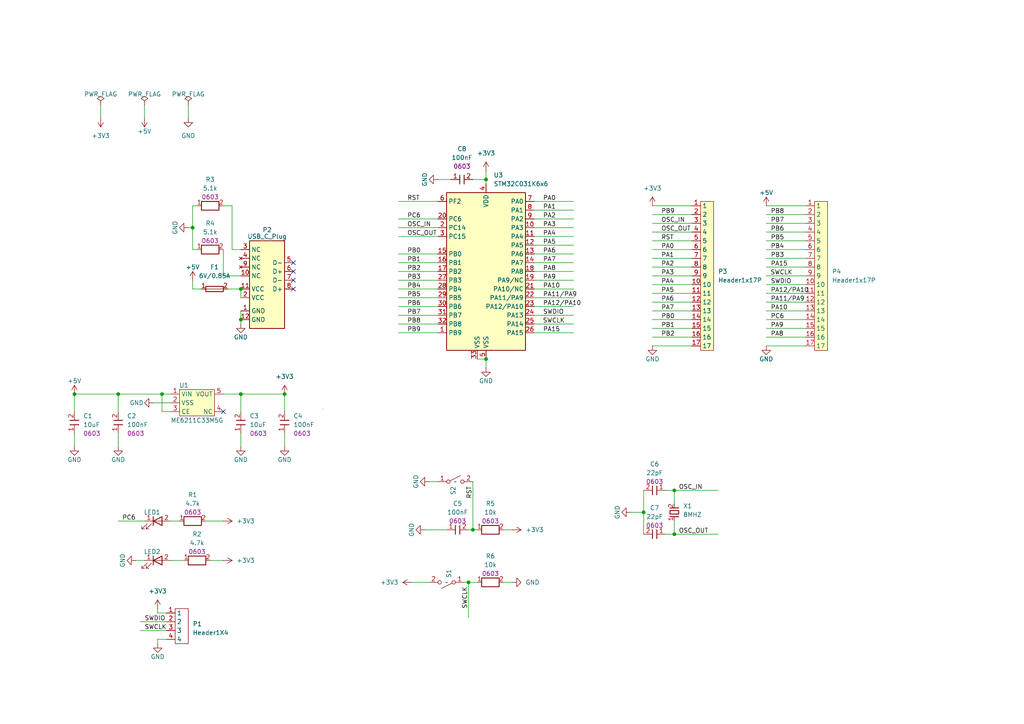
<source format=kicad_sch>
(kicad_sch (version 20231120) (generator "eeschema") (generator_version "8.0")
  (paper "A4")
  (lib_symbols
    (symbol "power:+3V3" (power) (pin_numbers hide) (pin_names (offset 0) hide)
      (property "Value" "+3V3" (at 0 3.556 0))
      (symbol "+3V3_0_1"
        (polyline (pts (xy -0.762 1.27) (xy 0 2.54)))
        (polyline (pts (xy 0 0) (xy 0 2.54)))
        (polyline (pts (xy 0 2.54) (xy 0.762 1.27)))
      )
      (symbol "+3V3_1_1"
        (pin power_in line (at 0 0 90) (length 0) (name "~") (number "1"))
      )
    )
    (symbol "power:+5V" (power) (pin_numbers hide) (pin_names (offset 0) hide)
      (property "Value" "+5V" (at 0 3.556 0))
      (symbol "+5V_0_1"
        (polyline (pts (xy -0.762 1.27) (xy 0 2.54)))
        (polyline (pts (xy 0 0) (xy 0 2.54)))
        (polyline (pts (xy 0 2.54) (xy 0.762 1.27)))
      )
      (symbol "+5V_1_1"
        (pin power_in line (at 0 0 90) (length 0) (name "~") (number "1"))
      )
    )
    (symbol "power:GND" (power) (pin_numbers hide) (pin_names (offset 0) hide)
      (property "Value" "GND" (at 0 -3.81 0))
      (symbol "GND_0_1"
        (polyline (pts (xy 0 0) (xy 0 -1.27) (xy 1.27 -1.27) (xy 0 -2.54) (xy -1.27 -1.27) (xy 0 -1.27)))
      )
      (symbol "GND_1_1"
        (pin power_in line (at 0 0 270) (length 0) (name "~") (number "1"))
      )
    )
    (symbol "power:PWR_FLAG" (power) (pin_numbers hide) (pin_names (offset 0) hide)
      (property "Value" "PWR_FLAG" (at 0 3.81 0))
      (symbol "PWR_FLAG_0_0"
        (pin power_out line (at 0 0 90) (length 0) (name "~") (number "1"))
      )
      (symbol "PWR_FLAG_0_1"
        (polyline (pts (xy 0 0) (xy 0 1.27) (xy -1.016 1.905) (xy 0 2.54) (xy 1.016 1.905) (xy 0 1.27)))
      )
    )
    (symbol "我的:C0603"
      (property "Reference" "C" (at -3.81 3.81 0))
      (property "Value" "100nF" (at 6.35 3.81 0))
      (property "大小" "0603" (at 0 3.81 0))
      (symbol "C0603_1_1"
        (polyline (pts (xy 0 -1.27) (xy 0 1.27)) (stroke (width 0.254)))
        (polyline (pts (xy 1.27 -1.27) (xy 1.27 1.27)) (stroke (width 0.254)))
        (pin passive line (at -2.54 0 0) (length 2.5) (name "~") (number "1"))
        (pin passive line (at 3.81 0 180) (length 2.5) (name "~") (number "2"))
      )
    )
    (symbol "我的:Crystal-8MHZ"
      (property "Reference" "X" (at -1.905 2.54 0))
      (property "Value" "8MHZ" (at 0 -2.54 0))
      (symbol "Crystal-8MHZ_0_1"
        (polyline (pts (xy 2.54 0) (xy 2.159 0)))
      )
      (symbol "Crystal-8MHZ_1_1"
        (rectangle (start -0.508 1.27) (end 0.508 -1.27) (stroke (width 0.254)))
        (polyline (pts (xy -1.27 -1.27) (xy -1.27 1.27)) (stroke (width 0.254)))
        (polyline (pts (xy 1.27 -1.27) (xy 1.27 1.27)) (stroke (width 0.254)))
        (pin passive line (at -2.54 0 0) (length 1.27) (name "") (number "1"))
        (pin passive line (at 2.54 0 180) (length 1.27) (name "") (number "2"))
      )
    )
    (symbol "我的:Fuse 0603"
      (property "Reference" "F" (at -3.81 2.54 0))
      (property "Value" "6V/0.85A" (at 1.27 2.54 0))
      (symbol "Fuse 0603_0_1"
        (polyline (pts (xy -2.54 0) (xy 2.54 0)))
        (rectangle (start 2.54 -0.762) (end -2.54 0.762) (stroke (width 0.254)))
      )
      (symbol "Fuse 0603_1_1"
        (pin passive line (at -3.81 0 0) (length 1.27) (name "~") (number "1"))
        (pin passive line (at 3.81 0 180) (length 1.27) (name "~") (number "2"))
      )
    )
    (symbol "我的:Header1X4"
      (property "Reference" "P" (at -0.635 6.35 0))
      (property "Value" "Header1X4" (at 0.635 -8.255 0))
      (symbol "Header1X4_0_1"
        (rectangle (start -1.27 5.08) (end 2.54 -5.08))
      )
      (symbol "Header1X4_1_1"
        (pin free line (at -3.81 3.81 0) (length 2.54) (name "1") (number "1"))
        (pin free line (at -3.81 1.27 0) (length 2.54) (name "2") (number "2"))
        (pin free line (at -3.81 -1.27 0) (length 2.54) (name "3") (number "3"))
        (pin free line (at -3.81 -3.81 0) (length 2.54) (name "4") (number "4"))
      )
    )
    (symbol "我的:Header1x17P"
      (property "Reference" "P" (at 0 22.86 0))
      (property "Value" "Header1x17P" (at -0.762 -22.86 0))
      (symbol "Header1x17P_1_1"
        (rectangle (start -1.27 21.59) (end 2.54 -21.59) (fill (type background)))
        (pin free line (at -3.81 20.32 0) (length 2.54) (name "1") (number "1"))
        (pin free line (at -3.81 -2.54 0) (length 2.54) (name "10") (number "10"))
        (pin free line (at -3.81 -5.08 0) (length 2.54) (name "11") (number "11"))
        (pin free line (at -3.81 -7.62 0) (length 2.54) (name "12") (number "12"))
        (pin free line (at -3.81 -10.16 0) (length 2.54) (name "13") (number "13"))
        (pin free line (at -3.81 -12.7 0) (length 2.54) (name "14") (number "14"))
        (pin free line (at -3.81 -15.24 0) (length 2.54) (name "15") (number "15"))
        (pin free line (at -3.81 -17.78 0) (length 2.54) (name "16") (number "16"))
        (pin free line (at -3.81 -20.32 0) (length 2.54) (name "17") (number "17"))
        (pin free line (at -3.81 17.78 0) (length 2.54) (name "2") (number "2"))
        (pin free line (at -3.81 15.24 0) (length 2.54) (name "3") (number "3"))
        (pin free line (at -3.81 12.7 0) (length 2.54) (name "4") (number "4"))
        (pin free line (at -3.81 10.16 0) (length 2.54) (name "5") (number "5"))
        (pin free line (at -3.81 7.62 0) (length 2.54) (name "6") (number "6"))
        (pin free line (at -3.81 5.08 0) (length 2.54) (name "7") (number "7"))
        (pin free line (at -3.81 2.54 0) (length 2.54) (name "8") (number "8"))
        (pin free line (at -3.81 0 0) (length 2.54) (name "9") (number "9"))
      )
    )
    (symbol "我的:LED 0603"
      (property "Reference" "LED" (at -5.715 3.175 0))
      (symbol "LED 0603_0_1"
        (polyline (pts (xy -1.27 -1.27) (xy -1.27 1.27)) (stroke (width 0.254)))
        (polyline (pts (xy -1.27 0) (xy 1.27 0)))
        (polyline (pts (xy 1.27 -1.27) (xy 1.27 1.27) (xy -1.27 0) (xy 1.27 -1.27)) (stroke (width 0.254)))
        (polyline (pts (xy -3.048 -0.762) (xy -4.572 -2.286) (xy -3.81 -2.286) (xy -4.572 -2.286) (xy -4.572 -1.524)))
        (polyline (pts (xy -1.778 -0.762) (xy -3.302 -2.286) (xy -2.54 -2.286) (xy -3.302 -2.286) (xy -3.302 -1.524)))
      )
      (symbol "LED 0603_1_1"
        (pin passive line (at -3.81 0 0) (length 2.54) (name "") (number "1"))
        (pin passive line (at 3.81 0 180) (length 2.54) (name "") (number "2"))
      )
    )
    (symbol "我的:ME6211C33M5G"
      (property "Reference" "U" (at -3.81 5.08 0))
      (property "Value" "ME6211C33M5G" (at 0 -5.08 0))
      (symbol "ME6211C33M5G_1_1"
        (rectangle (start -5.08 3.81) (end 5.08 -3.81) (fill (type background)))
        (pin power_in line (at -7.62 2.54 0) (length 2.54) (name "VIN") (number "1"))
        (pin power_in line (at -7.62 0 0) (length 2.54) (name "VSS") (number "2"))
        (pin free line (at -7.62 -2.54 0) (length 2.54) (name "CE") (number "3"))
        (pin free line (at 7.62 -2.54 180) (length 2.54) (name "NC") (number "4"))
        (pin free line (at 7.62 2.54 180) (length 2.54) (name "VOUT") (number "5"))
      )
    )
    (symbol "我的:R0603"
      (property "Reference" "R" (at -3.81 2.54 0))
      (property "Value" "10k" (at 5.08 2.54 0))
      (property "大小" "0603" (at 0 2.54 0))
      (symbol "R0603_0_1"
        (rectangle (start -2.54 -1.27) (end 2.54 1.27) (stroke (width 0.254)))
      )
      (symbol "R0603_1_1"
        (pin passive line (at -3.81 0 0) (length 1.27) (name "~") (number "1"))
        (pin passive line (at 3.81 0 180) (length 1.27) (name "~") (number "2"))
      )
    )
    (symbol "我的:STM32C031K6x6"
      (property "Reference" "U" (at -9.144 24.384 0))
      (property "Value" "STM32C031K6x6" (at 10.668 -25.4 0))
      (symbol "STM32C031K6x6_0_1"
        (rectangle (start -11.43 -22.86) (end 11.43 22.86) (stroke (width 0.254)) (fill (type background)))
      )
      (symbol "STM32C031K6x6_1_1"
        (pin bidirectional line (at -13.97 -17.78 0) (length 2.54) (name "PB9") (number "1"))
        (pin bidirectional line (at 13.97 12.7 180) (length 2.54) (name "PA3") (number "10"))
        (pin bidirectional line (at 13.97 10.16 180) (length 2.54) (name "PA4") (number "11"))
        (pin bidirectional line (at 13.97 7.62 180) (length 2.54) (name "PA5") (number "12"))
        (pin bidirectional line (at 13.97 5.08 180) (length 2.54) (name "PA6") (number "13"))
        (pin bidirectional line (at 13.97 2.54 180) (length 2.54) (name "PA7") (number "14"))
        (pin bidirectional line (at -13.97 5.08 0) (length 2.54) (name "PB0") (number "15"))
        (pin bidirectional line (at -13.97 2.54 0) (length 2.54) (name "PB1") (number "16"))
        (pin bidirectional line (at -13.97 0 0) (length 2.54) (name "PB2") (number "17"))
        (pin bidirectional line (at 13.97 0 180) (length 2.54) (name "PA8") (number "18"))
        (pin bidirectional line (at 13.97 -2.54 180) (length 2.54) (name "PA9/NC") (number "19"))
        (pin bidirectional line (at -13.97 12.7 0) (length 2.54) (name "PC14") (number "2"))
        (pin bidirectional line (at -13.97 15.24 0) (length 2.54) (name "PC6") (number "20"))
        (pin bidirectional line (at 13.97 -5.08 180) (length 2.54) (name "PA10/NC") (number "21"))
        (pin bidirectional line (at 13.97 -7.62 180) (length 2.54) (name "PA11/PA9") (number "22"))
        (pin bidirectional line (at 13.97 -10.16 180) (length 2.54) (name "PA12/PA10") (number "23"))
        (pin bidirectional line (at 13.97 -12.7 180) (length 2.54) (name "PA13") (number "24"))
        (pin bidirectional line (at 13.97 -15.24 180) (length 2.54) (name "PA14") (number "25"))
        (pin bidirectional line (at 13.97 -17.78 180) (length 2.54) (name "PA15") (number "26"))
        (pin bidirectional line (at -13.97 -2.54 0) (length 2.54) (name "PB3") (number "27"))
        (pin bidirectional line (at -13.97 -5.08 0) (length 2.54) (name "PB4") (number "28"))
        (pin bidirectional line (at -13.97 -7.62 0) (length 2.54) (name "PB5") (number "29"))
        (pin bidirectional line (at -13.97 10.16 0) (length 2.54) (name "PC15") (number "3"))
        (pin bidirectional line (at -13.97 -10.16 0) (length 2.54) (name "PB6") (number "30"))
        (pin bidirectional line (at -13.97 -12.7 0) (length 2.54) (name "PB7") (number "31"))
        (pin bidirectional line (at -13.97 -15.24 0) (length 2.54) (name "PB8") (number "32"))
        (pin power_in line (at -2.54 -25.4 90) (length 2.54) (name "VSS") (number "33"))
        (pin power_in line (at 0 25.4 270) (length 2.54) (name "VDD") (number "4"))
        (pin power_in line (at 0 -25.4 90) (length 2.54) (name "VSS") (number "5"))
        (pin bidirectional line (at -13.97 20.32 0) (length 2.54) (name "PF2") (number "6"))
        (pin bidirectional line (at 13.97 20.32 180) (length 2.54) (name "PA0") (number "7"))
        (pin bidirectional line (at 13.97 17.78 180) (length 2.54) (name "PA1") (number "8"))
        (pin bidirectional line (at 13.97 15.24 180) (length 2.54) (name "PA2") (number "9"))
      )
    )
    (symbol "我的:SW_PB"
      (property "Reference" "S" (at -5.715 3.175 0))
      (symbol "SW_PB_0_0"
        (circle (center -2.032 0) (radius 0.508))
        (polyline (pts (xy -1.524 0.254) (xy 1.524 1.778)))
        (circle (center 2.032 0) (radius 0.508))
      )
      (symbol "SW_PB_1_1"
        (pin passive line (at -5.08 0 0) (length 2.54) (name "") (number "1"))
        (pin passive line (at 5.08 0 180) (length 2.54) (name "") (number "2"))
      )
    )
    (symbol "我的:USB_C_Plug"
      (property "Reference" "P" (at -0.635 13.97 0))
      (property "Value" "USB_C_Plug" (at 0 12.7 0))
      (symbol "USB_C_Plug_0_1"
        (rectangle (start 16.256 -37.338) (end 16.256 -37.338))
      )
      (symbol "USB_C_Plug_1_1"
        (rectangle (start -5.08 11.43) (end 5.08 -13.97) (stroke (width 0.254)) (fill (type background)))
        (pin power_in line (at -7.62 -8.89 0) (length 2.54) (name "GND") (number "1"))
        (pin free line (at -7.62 1.27 0) (length 2.54) (name "NC") (number "10"))
        (pin power_in line (at -7.62 -2.54 0) (length 2.54) (name "VCC") (number "11"))
        (pin power_in line (at -7.62 -11.43 0) (length 2.54) (name "GND") (number "12"))
        (pin power_in line (at -7.62 -5.08 0) (length 2.54) (name "VCC") (number "2"))
        (pin free line (at -7.62 8.89 0) (length 2.54) (name "NC") (number "3"))
        (pin no_connect line (at -7.62 6.35 0) (length 2.54) (name "NC") (number "4"))
        (pin bidirectional line (at 7.62 5.08 180) (length 2.54) (name "D-") (number "5"))
        (pin bidirectional line (at 7.62 2.54 180) (length 2.54) (name "D+") (number "6"))
        (pin bidirectional line (at 7.62 0 180) (length 2.54) (name "D-") (number "7"))
        (pin bidirectional line (at 7.62 -2.54 180) (length 2.54) (name "D+") (number "8"))
        (pin no_connect line (at -7.62 3.81 0) (length 2.54) (name "NC") (number "9"))
      )
    )
  )
  (junction (at 140.97 104.14))
  (junction (at 46.99 114.3))
  (junction (at 69.85 83.82))
  (junction (at 137.16 153.67))
  (junction (at 82.55 114.3))
  (junction (at 195.58 142.24))
  (junction (at 195.58 154.94))
  (junction (at 55.88 66.04))
  (junction (at 69.85 114.3))
  (junction (at 21.59 114.3))
  (junction (at 135.89 168.91))
  (junction (at 140.97 52.07))
  (junction (at 69.85 92.71))
  (junction (at 34.29 114.3))
  (junction (at 186.69 148.59))
  (no_connect (at 85.09 83.82))
  (no_connect (at 85.09 81.28))
  (no_connect (at 85.09 76.2))
  (no_connect (at 85.09 78.74))
  (no_connect (at 64.77 119.38))
  (wire (pts (xy 55.88 81.28) (xy 55.88 83.82)))
  (wire (pts (xy 64.77 114.3) (xy 69.85 114.3)))
  (wire (pts (xy 189.23 85.09) (xy 200.66 85.09)))
  (wire (pts (xy 222.25 77.47) (xy 233.68 77.47)))
  (wire (pts (xy 82.55 114.3) (xy 82.55 119.38)))
  (wire (pts (xy 189.23 62.23) (xy 200.66 62.23)))
  (wire (pts (xy 222.25 92.71) (xy 233.68 92.71)))
  (wire (pts (xy 34.29 114.3) (xy 34.29 119.38)))
  (wire (pts (xy 123.19 153.67) (xy 129.54 153.67)))
  (wire (pts (xy 154.94 78.74) (xy 166.37 78.74)))
  (wire (pts (xy 222.25 87.63) (xy 233.68 87.63)))
  (wire (pts (xy 55.88 59.69) (xy 55.88 66.04)))
  (wire (pts (xy 222.25 97.79) (xy 233.68 97.79)))
  (wire (pts (xy 154.94 86.36) (xy 166.37 86.36)))
  (wire (pts (xy 115.57 76.2) (xy 127 76.2)))
  (wire (pts (xy 60.96 162.56) (xy 64.77 162.56)))
  (wire (pts (xy 189.23 72.39) (xy 200.66 72.39)))
  (wire (pts (xy 115.57 63.5) (xy 127 63.5)))
  (wire (pts (xy 222.25 82.55) (xy 233.68 82.55)))
  (wire (pts (xy 40.64 182.88) (xy 48.26 182.88)))
  (wire (pts (xy 189.23 74.93) (xy 200.66 74.93)))
  (wire (pts (xy 44.45 116.84) (xy 49.53 116.84)))
  (wire (pts (xy 115.57 83.82) (xy 127 83.82)))
  (wire (pts (xy 34.29 114.3) (xy 46.99 114.3)))
  (wire (pts (xy 45.72 185.42) (xy 48.26 185.42)))
  (wire (pts (xy 182.88 148.59) (xy 186.69 148.59)))
  (wire (pts (xy 34.29 125.73) (xy 34.29 129.54)))
  (wire (pts (xy 189.23 69.85) (xy 200.66 69.85)))
  (wire (pts (xy 154.94 66.04) (xy 166.37 66.04)))
  (wire (pts (xy 54.61 66.04) (xy 55.88 66.04)))
  (wire (pts (xy 39.37 162.56) (xy 41.91 162.56)))
  (wire (pts (xy 55.88 66.04) (xy 55.88 72.39)))
  (wire (pts (xy 82.55 125.73) (xy 82.55 129.54)))
  (wire (pts (xy 69.85 90.17) (xy 69.85 92.71)))
  (wire (pts (xy 46.99 114.3) (xy 46.99 119.38)))
  (wire (pts (xy 115.57 93.98) (xy 127 93.98)))
  (wire (pts (xy 154.94 73.66) (xy 166.37 73.66)))
  (wire (pts (xy 134.62 168.91) (xy 135.89 168.91)))
  (wire (pts (xy 21.59 114.3) (xy 34.29 114.3)))
  (wire (pts (xy 40.64 180.34) (xy 48.26 180.34)))
  (wire (pts (xy 45.72 186.69) (xy 45.72 185.42)))
  (wire (pts (xy 189.23 64.77) (xy 200.66 64.77)))
  (wire (pts (xy 146.05 153.67) (xy 148.59 153.67)))
  (wire (pts (xy 119.38 168.91) (xy 124.46 168.91)))
  (wire (pts (xy 137.16 139.7) (xy 137.16 153.67)))
  (wire (pts (xy 195.58 151.13) (xy 195.58 154.94)))
  (wire (pts (xy 193.04 154.94) (xy 195.58 154.94)))
  (wire (pts (xy 189.23 92.71) (xy 200.66 92.71)))
  (wire (pts (xy 140.97 104.14) (xy 140.97 106.68)))
  (wire (pts (xy 46.99 119.38) (xy 49.53 119.38)))
  (wire (pts (xy 124.46 139.7) (xy 127 139.7)))
  (wire (pts (xy 186.69 148.59) (xy 186.69 154.94)))
  (wire (pts (xy 55.88 83.82) (xy 58.42 83.82)))
  (wire (pts (xy 69.85 114.3) (xy 69.85 119.38)))
  (wire (pts (xy 189.23 59.69) (xy 200.66 59.69)))
  (wire (pts (xy 222.25 59.69) (xy 233.68 59.69)))
  (wire (pts (xy 189.23 80.01) (xy 200.66 80.01)))
  (wire (pts (xy 154.94 83.82) (xy 166.37 83.82)))
  (wire (pts (xy 189.23 67.31) (xy 200.66 67.31)))
  (wire (pts (xy 41.91 30.48) (xy 41.91 34.29)))
  (wire (pts (xy 69.85 83.82) (xy 69.85 86.36)))
  (wire (pts (xy 189.23 87.63) (xy 200.66 87.63)))
  (wire (pts (xy 154.94 91.44) (xy 166.37 91.44)))
  (wire (pts (xy 54.61 30.48) (xy 54.61 34.29)))
  (wire (pts (xy 115.57 66.04) (xy 127 66.04)))
  (wire (pts (xy 222.25 100.33) (xy 233.68 100.33)))
  (wire (pts (xy 69.85 125.73) (xy 69.85 129.54)))
  (wire (pts (xy 154.94 58.42) (xy 166.37 58.42)))
  (wire (pts (xy 66.04 83.82) (xy 69.85 83.82)))
  (wire (pts (xy 222.25 67.31) (xy 233.68 67.31)))
  (wire (pts (xy 69.85 80.01) (xy 64.77 80.01)))
  (wire (pts (xy 64.77 80.01) (xy 64.77 72.39)))
  (wire (pts (xy 222.25 95.25) (xy 233.68 95.25)))
  (wire (pts (xy 135.89 153.67) (xy 137.16 153.67)))
  (wire (pts (xy 222.25 69.85) (xy 233.68 69.85)))
  (wire (pts (xy 115.57 88.9) (xy 127 88.9)))
  (wire (pts (xy 29.21 30.48) (xy 29.21 34.29)))
  (wire (pts (xy 69.85 114.3) (xy 82.55 114.3)))
  (wire (pts (xy 193.04 142.24) (xy 195.58 142.24)))
  (wire (pts (xy 49.53 151.13) (xy 52.07 151.13)))
  (wire (pts (xy 148.59 168.91) (xy 146.05 168.91)))
  (wire (pts (xy 154.94 88.9) (xy 166.37 88.9)))
  (wire (pts (xy 140.97 52.07) (xy 140.97 53.34)))
  (wire (pts (xy 189.23 77.47) (xy 200.66 77.47)))
  (wire (pts (xy 140.97 49.53) (xy 140.97 52.07)))
  (wire (pts (xy 115.57 73.66) (xy 127 73.66)))
  (wire (pts (xy 127 52.07) (xy 130.81 52.07)))
  (wire (pts (xy 115.57 86.36) (xy 127 86.36)))
  (wire (pts (xy 222.25 80.01) (xy 233.68 80.01)))
  (wire (pts (xy 222.25 72.39) (xy 233.68 72.39)))
  (wire (pts (xy 154.94 60.96) (xy 166.37 60.96)))
  (wire (pts (xy 115.57 81.28) (xy 127 81.28)))
  (wire (pts (xy 222.25 85.09) (xy 233.68 85.09)))
  (wire (pts (xy 189.23 97.79) (xy 200.66 97.79)))
  (wire (pts (xy 55.88 59.69) (xy 57.15 59.69)))
  (wire (pts (xy 222.25 62.23) (xy 233.68 62.23)))
  (wire (pts (xy 115.57 96.52) (xy 127 96.52)))
  (wire (pts (xy 154.94 68.58) (xy 166.37 68.58)))
  (wire (pts (xy 69.85 92.71) (xy 69.85 93.98)))
  (wire (pts (xy 154.94 63.5) (xy 166.37 63.5)))
  (wire (pts (xy 135.89 168.91) (xy 135.89 179.07)))
  (wire (pts (xy 154.94 93.98) (xy 166.37 93.98)))
  (wire (pts (xy 115.57 91.44) (xy 127 91.44)))
  (wire (pts (xy 115.57 58.42) (xy 127 58.42)))
  (wire (pts (xy 21.59 125.73) (xy 21.59 129.54)))
  (wire (pts (xy 49.53 162.56) (xy 53.34 162.56)))
  (wire (pts (xy 115.57 68.58) (xy 127 68.58)))
  (wire (pts (xy 55.88 72.39) (xy 57.15 72.39)))
  (wire (pts (xy 46.99 114.3) (xy 49.53 114.3)))
  (wire (pts (xy 195.58 154.94) (xy 208.28 154.94)))
  (wire (pts (xy 189.23 100.33) (xy 200.66 100.33)))
  (wire (pts (xy 115.57 78.74) (xy 127 78.74)))
  (wire (pts (xy 189.23 82.55) (xy 200.66 82.55)))
  (wire (pts (xy 222.25 74.93) (xy 233.68 74.93)))
  (wire (pts (xy 222.25 90.17) (xy 233.68 90.17)))
  (wire (pts (xy 195.58 142.24) (xy 195.58 146.05)))
  (wire (pts (xy 137.16 153.67) (xy 138.43 153.67)))
  (wire (pts (xy 137.16 52.07) (xy 140.97 52.07)))
  (wire (pts (xy 195.58 142.24) (xy 208.28 142.24)))
  (wire (pts (xy 186.69 142.24) (xy 186.69 148.59)))
  (wire (pts (xy 21.59 114.3) (xy 21.59 119.38)))
  (wire (pts (xy 138.43 104.14) (xy 140.97 104.14)))
  (wire (pts (xy 67.31 72.39) (xy 69.85 72.39)))
  (wire (pts (xy 59.69 151.13) (xy 64.77 151.13)))
  (wire (pts (xy 135.89 168.91) (xy 138.43 168.91)))
  (wire (pts (xy 154.94 71.12) (xy 166.37 71.12)))
  (wire (pts (xy 154.94 96.52) (xy 166.37 96.52)))
  (wire (pts (xy 154.94 81.28) (xy 166.37 81.28)))
  (wire (pts (xy 67.31 59.69) (xy 64.77 59.69)))
  (wire (pts (xy 34.29 151.13) (xy 41.91 151.13)))
  (wire (pts (xy 45.72 176.53) (xy 45.72 177.8)))
  (wire (pts (xy 154.94 76.2) (xy 166.37 76.2)))
  (wire (pts (xy 189.23 90.17) (xy 200.66 90.17)))
  (wire (pts (xy 45.72 177.8) (xy 48.26 177.8)))
  (wire (pts (xy 189.23 95.25) (xy 200.66 95.25)))
  (wire (pts (xy 222.25 64.77) (xy 233.68 64.77)))
  (wire (pts (xy 67.31 72.39) (xy 67.31 59.69)))
  (label "SWCLK" (at 135.89 176.53 90))
  (label "PA3" (at 191.77 80.01 0))
  (label "PA5" (at 191.77 85.09 0))
  (label "PA8" (at 223.52 97.79 0))
  (label "RST" (at 118.11 58.42 0))
  (label "PA3" (at 157.48 66.04 0))
  (label "PA11{slash}PA9" (at 157.48 86.36 0))
  (label "PB6" (at 223.52 67.31 0))
  (label "PB4" (at 118.11 83.82 0))
  (label "PB8" (at 118.11 93.98 0))
  (label "PA9" (at 157.48 81.28 0))
  (label "PB0" (at 191.77 92.71 0))
  (label "SWCLK" (at 41.91 182.88 0))
  (label "PA9" (at 223.52 95.25 0))
  (label "PB6" (at 118.11 88.9 0))
  (label "PA0" (at 191.77 72.39 0))
  (label "RST" (at 137.16 140.97 270))
  (label "PB7" (at 118.11 91.44 0))
  (label "SWCLK" (at 163.83 93.98 180))
  (label "PB4" (at 223.52 72.39 0))
  (label "PA15" (at 157.48 96.52 0))
  (label "PA6" (at 157.48 73.66 0))
  (label "PA15" (at 223.52 77.47 0))
  (label "PA12{slash}PA10" (at 223.52 85.09 0))
  (label "SWCLK" (at 229.87 80.01 180))
  (label "PB7" (at 223.52 64.77 0))
  (label "PA7" (at 191.77 90.17 0))
  (label "PB2" (at 191.77 97.79 0))
  (label "PA1" (at 157.48 60.96 0))
  (label "OSC_OUT" (at 196.85 154.94 0))
  (label "PC6" (at 118.11 63.5 0))
  (label "PA2" (at 191.77 77.47 0))
  (label "OSC_IN" (at 191.77 64.77 0))
  (label "PB1" (at 118.11 76.2 0))
  (label "PB5" (at 118.11 86.36 0))
  (label "PB9" (at 118.11 96.52 0))
  (label "PA10" (at 223.52 90.17 0))
  (label "PA8" (at 157.48 78.74 0))
  (label "SWDIO" (at 41.91 180.34 0))
  (label "PB0" (at 118.11 73.66 0))
  (label "PA7" (at 157.48 76.2 0))
  (label "RST" (at 191.77 69.85 0))
  (label "PA10" (at 157.48 83.82 0))
  (label "PC6" (at 39.37 151.13 180))
  (label "OSC_IN" (at 196.85 142.24 0))
  (label "PA4" (at 191.77 82.55 0))
  (label "PA0" (at 157.48 58.42 0))
  (label "PA6" (at 191.77 87.63 0))
  (label "PB1" (at 191.77 95.25 0))
  (label "PB8" (at 223.52 62.23 0))
  (label "PB3" (at 118.11 81.28 0))
  (label "PA1" (at 191.77 74.93 0))
  (label "OSC_OUT" (at 191.77 67.31 0))
  (label "PB2" (at 118.11 78.74 0))
  (label "PA11{slash}PA9" (at 223.52 87.63 0))
  (label "PA4" (at 157.48 68.58 0))
  (label "PB9" (at 191.77 62.23 0))
  (label "PA12{slash}PA10" (at 157.48 88.9 0))
  (label "PA2" (at 157.48 63.5 0))
  (label "PB3" (at 223.52 74.93 0))
  (label "OSC_IN" (at 118.11 66.04 0))
  (label "SWDIO" (at 157.48 91.44 0))
  (label "PC6" (at 223.52 92.71 0))
  (label "PB5" (at 223.52 69.85 0))
  (label "SWDIO" (at 223.52 82.55 0))
  (label "OSC_OUT" (at 118.11 68.58 0))
  (label "PA5" (at 157.48 71.12 0))
  (symbol (lib_id "power:GND") (at 39.37 162.56 270) (unit 1)
    (property "Reference" "#PWR02" (effects (hide yes)))
    (property "Value" "GND" (at 35.56 162.56 0))
    (property "Description" "Power symbol creates a global label with name \"GND\" , ground" (effects (hide yes)))
  )
  (symbol (lib_id "power:PWR_FLAG") (at 41.91 30.48 0) (unit 1)
    (property "Reference" "#FLG02" (effects (hide yes)))
    (property "Value" "PWR_FLAG" (at 41.91 27.305 0))
    (property "Description" "Special symbol for telling ERC where power comes from" (effects (hide yes)))
  )
  (symbol (lib_id "power:GND") (at 54.61 34.29 0) (unit 1)
    (property "Reference" "#PWR08" (effects (hide yes)))
    (property "Value" "GND" (at 54.61 39.37 0))
    (property "Description" "Power symbol creates a global label with name \"GND\" , ground" (effects (hide yes)))
  )
  (symbol (lib_id "我的:C0603") (at 21.59 123.19 90) (unit 1)
    (property "Reference" "C1" (at 24.13 120.65 90) (effects (justify right)))
    (property "Value" "10uF" (at 24.13 123.19 90) (effects (justify right)))
    (property "Footprint" "我的:C0603" (effects (hide yes)))
    (property "大小" "0603" (at 24.13 125.73 90) (effects (justify right)))
  )
  (symbol (lib_id "我的:Header1x17P") (at 237.49 80.01 0) (unit 1)
    (property "Reference" "P4" (at 241.3 78.7399 0) (effects (justify left)))
    (property "Value" "Header1x17P" (at 241.3 81.2799 0) (effects (justify left)))
    (property "Footprint" "我的:Header 1X17P" (effects (hide yes)))
  )
  (symbol (lib_id "power:GND") (at 182.88 148.59 270) (unit 1)
    (property "Reference" "#PWR023" (effects (hide yes)))
    (property "Value" "GND" (at 179.07 148.59 0))
    (property "Description" "Power symbol creates a global label with name \"GND\" , ground" (effects (hide yes)))
  )
  (symbol (lib_id "我的:STM32C031K6x6") (at 140.97 78.74 0) (unit 1)
    (property "Reference" "U3" (at 143.1641 50.8 0) (effects (justify left)))
    (property "Value" "STM32C031K6x6" (at 143.1641 53.34 0) (effects (justify left)))
    (property "Footprint" "我的:LQFP32-0.8mm" (effects (hide yes)))
  )
  (symbol (lib_id "power:GND") (at 44.45 116.84 270) (unit 1)
    (property "Reference" "#PWR03" (effects (hide yes)))
    (property "Value" "GND" (at 39.624 116.84 90))
    (property "Description" "Power symbol creates a global label with name \"GND\" , ground" (effects (hide yes)))
  )
  (symbol (lib_id "power:GND") (at 127 52.07 270) (unit 1)
    (property "Reference" "#PWR011" (effects (hide yes)))
    (property "Value" "GND" (at 123.19 52.07 0))
    (property "Description" "Power symbol creates a global label with name \"GND\" , ground" (effects (hide yes)))
  )
  (symbol (lib_id "我的:LED 0603") (at 45.72 151.13 0) (unit 1)
    (property "Reference" "LED1" (at 44.1325 148.59 0))
    (property "Footprint" "我的:LED0603" (effects (hide yes)))
  )
  (symbol (lib_id "我的:R0603") (at 55.88 151.13 0) (unit 1)
    (property "Reference" "R1" (at 55.88 143.51 0))
    (property "Value" "4.7k" (at 55.88 146.05 0))
    (property "Footprint" "我的:R0603" (effects (hide yes)))
    (property "大小" "0603" (at 55.88 148.59 0))
  )
  (symbol (lib_id "power:PWR_FLAG") (at 54.61 30.48 0) (unit 1)
    (property "Reference" "#FLG03" (effects (hide yes)))
    (property "Value" "PWR_FLAG" (at 54.61 27.305 0))
    (property "Description" "Special symbol for telling ERC where power comes from" (effects (hide yes)))
  )
  (symbol (lib_id "power:+3V3") (at 82.55 114.3 0) (unit 1)
    (property "Reference" "#PWR015" (effects (hide yes)))
    (property "Value" "+3V3" (at 82.55 109.22 0))
    (property "Description" "Power symbol creates a global label with name \"+3V3\"" (effects (hide yes)))
  )
  (symbol (lib_id "我的:LED 0603") (at 45.72 162.56 0) (unit 1)
    (property "Reference" "LED2" (at 44.1325 160.02 0))
    (property "Footprint" "我的:LED0603" (effects (hide yes)))
  )
  (symbol (lib_id "power:GND") (at 148.59 168.91 90) (unit 1)
    (property "Reference" "#PWR022" (effects (hide yes)))
    (property "Value" "GND" (at 152.4 168.9099 90) (effects (justify right)))
    (property "Description" "Power symbol creates a global label with name \"GND\" , ground" (effects (hide yes)))
  )
  (symbol (lib_id "power:GND") (at 82.55 129.54 0) (unit 1)
    (property "Reference" "#PWR029" (effects (hide yes)))
    (property "Value" "GND" (at 82.55 133.35 0))
    (property "Description" "Power symbol creates a global label with name \"GND\" , ground" (effects (hide yes)))
  )
  (symbol (lib_id "power:+5V") (at 41.91 34.29 180) (unit 1)
    (property "Reference" "#PWR04" (effects (hide yes)))
    (property "Value" "+5V" (at 41.91 38.1 0))
    (property "Description" "Power symbol creates a global label with name \"+5V\"" (effects (hide yes)))
  )
  (symbol (lib_id "我的:SW_PB") (at 132.08 139.7 0) (unit 1)
    (property "Reference" "S2" (at 131.445 140.97 90) (effects (justify right)))
    (property "Value" "~" (at 132.08 139.7 0))
    (property "Footprint" "我的:SW-PB" (effects (hide yes)))
  )
  (symbol (lib_id "power:+3V3") (at 64.77 162.56 270) (unit 1)
    (property "Reference" "#PWR013" (effects (hide yes)))
    (property "Value" "+3V3" (at 68.58 162.5599 90) (effects (justify left)))
    (property "Description" "Power symbol creates a global label with name \"+3V3\"" (effects (hide yes)))
  )
  (symbol (lib_id "我的:C0603") (at 190.5 142.24 180) (unit 1)
    (property "Reference" "C6" (at 189.865 134.62 0))
    (property "Value" "22pF" (at 189.865 137.16 0))
    (property "Footprint" "我的:C0603" (effects (hide yes)))
    (property "大小" "0603" (at 189.865 139.7 0))
  )
  (symbol (lib_id "power:GND") (at 140.97 106.68 0) (unit 1)
    (property "Reference" "#PWR020" (effects (hide yes)))
    (property "Value" "GND" (at 140.97 110.49 0))
    (property "Description" "Power symbol creates a global label with name \"GND\" , ground" (effects (hide yes)))
  )
  (symbol (lib_id "我的:R0603") (at 60.96 59.69 0) (unit 1)
    (property "Reference" "R3" (at 60.96 52.07 0))
    (property "Value" "5.1k" (at 60.96 54.61 0))
    (property "Footprint" "我的:R0603" (effects (hide yes)))
    (property "大小" "0603" (at 60.96 57.15 0))
  )
  (symbol (lib_id "我的:ME6211C33M5G") (at 57.15 116.84 0) (unit 1)
    (property "Reference" "U1" (at 53.34 111.76 0))
    (property "Value" "ME6211C33M5G" (at 57.15 121.92 0))
    (property "Footprint" "我的:SOT-23-5" (effects (hide yes)))
  )
  (symbol (lib_id "我的:C0603") (at 133.35 52.07 0) (unit 1)
    (property "Reference" "C8" (at 133.985 43.18 0))
    (property "Value" "100nF" (at 133.985 45.72 0))
    (property "Footprint" "我的:C0603" (effects (hide yes)))
    (property "大小" "0603" (at 133.985 48.26 0))
  )
  (symbol (lib_id "power:PWR_FLAG") (at 29.21 30.48 0) (unit 1)
    (property "Reference" "#FLG01" (effects (hide yes)))
    (property "Value" "PWR_FLAG" (at 29.21 27.305 0))
    (property "Description" "Special symbol for telling ERC where power comes from" (effects (hide yes)))
  )
  (symbol (lib_id "power:GND") (at 123.19 153.67 270) (unit 1)
    (property "Reference" "#PWR017" (effects (hide yes)))
    (property "Value" "GND" (at 119.38 153.67 0))
    (property "Description" "Power symbol creates a global label with name \"GND\" , ground" (effects (hide yes)))
  )
  (symbol (lib_id "我的:Crystal-8MHZ") (at 195.58 148.59 90) (unit 1)
    (property "Reference" "X1" (at 198.12 146.7484 90) (effects (justify right)))
    (property "Value" "8MHZ" (at 198.12 149.2884 90) (effects (justify right)))
    (property "Footprint" "我的:Crystal-HC49S" (effects (hide yes)))
  )
  (symbol (lib_id "我的:C0603") (at 69.85 123.19 90) (unit 1)
    (property "Reference" "C3" (at 72.39 120.65 90) (effects (justify right)))
    (property "Value" "10uF" (at 72.39 123.19 90) (effects (justify right)))
    (property "Footprint" "我的:C0603" (effects (hide yes)))
    (property "大小" "0603" (at 72.39 125.73 90) (effects (justify right)))
  )
  (symbol (lib_id "power:+5V") (at 55.88 81.28 0) (unit 1)
    (property "Reference" "#PWR010" (effects (hide yes)))
    (property "Value" "+5V" (at 55.88 77.47 0))
    (property "Description" "Power symbol creates a global label with name \"+5V\"" (effects (hide yes)))
  )
  (symbol (lib_id "我的:SW_PB") (at 129.54 168.91 180) (unit 1)
    (property "Reference" "S1" (at 130.175 167.64 90) (effects (justify right)))
    (property "Value" "~" (at 129.54 168.91 0))
    (property "Footprint" "我的:SW-PB" (effects (hide yes)))
  )
  (symbol (lib_id "power:GND") (at 69.85 129.54 0) (unit 1)
    (property "Reference" "#PWR028" (effects (hide yes)))
    (property "Value" "GND" (at 69.85 133.35 0))
    (property "Description" "Power symbol creates a global label with name \"GND\" , ground" (effects (hide yes)))
  )
  (symbol (lib_id "power:GND") (at 21.59 129.54 0) (unit 1)
    (property "Reference" "#PWR031" (effects (hide yes)))
    (property "Value" "GND" (at 21.59 133.35 0))
    (property "Description" "Power symbol creates a global label with name \"GND\" , ground" (effects (hide yes)))
  )
  (symbol (lib_id "power:+3V3") (at 45.72 176.53 0) (unit 1)
    (property "Reference" "#PWR05" (effects (hide yes)))
    (property "Value" "+3V3" (at 45.72 171.45 0))
    (property "Description" "Power symbol creates a global label with name \"+3V3\"" (effects (hide yes)))
  )
  (symbol (lib_id "我的:C0603") (at 190.5 154.94 180) (unit 1)
    (property "Reference" "C7" (at 189.865 147.32 0))
    (property "Value" "22pF" (at 189.865 149.86 0))
    (property "Footprint" "我的:C0603" (effects (hide yes)))
    (property "大小" "0603" (at 189.865 152.4 0))
  )
  (symbol (lib_id "我的:R0603") (at 142.24 153.67 0) (unit 1)
    (property "Reference" "R5" (at 142.24 146.05 0))
    (property "Value" "10k" (at 142.24 148.59 0))
    (property "Footprint" "我的:R0603" (effects (hide yes)))
    (property "大小" "0603" (at 142.24 151.13 0))
  )
  (symbol (lib_id "power:+3V3") (at 148.59 153.67 270) (unit 1)
    (property "Reference" "#PWR021" (effects (hide yes)))
    (property "Value" "+3V3" (at 152.4 153.6699 90) (effects (justify left)))
    (property "Description" "Power symbol creates a global label with name \"+3V3\"" (effects (hide yes)))
  )
  (symbol (lib_id "power:GND") (at 69.85 93.98 0) (unit 1)
    (property "Reference" "#PWR014" (effects (hide yes)))
    (property "Value" "GND" (at 69.85 97.79 0))
    (property "Description" "Power symbol creates a global label with name \"GND\" , ground" (effects (hide yes)))
  )
  (symbol (lib_id "power:GND") (at 34.29 129.54 0) (unit 1)
    (property "Reference" "#PWR030" (effects (hide yes)))
    (property "Value" "GND" (at 34.29 133.35 0))
    (property "Description" "Power symbol creates a global label with name \"GND\" , ground" (effects (hide yes)))
  )
  (symbol (lib_id "我的:C0603") (at 132.08 153.67 0) (unit 1)
    (property "Reference" "C5" (at 132.715 146.05 0))
    (property "Value" "100nF" (at 132.715 148.59 0))
    (property "Footprint" "我的:C0603" (effects (hide yes)))
    (property "大小" "0603" (at 132.715 151.13 0))
  )
  (symbol (lib_id "我的:Header1X4") (at 52.07 181.61 0) (unit 1)
    (property "Reference" "P1" (at 55.88 180.975 0) (effects (justify left)))
    (property "Value" "Header1X4" (at 55.88 183.515 0) (effects (justify left)))
    (property "Footprint" "我的:Header 1X4P With Angle Pin" (effects (hide yes)))
  )
  (symbol (lib_id "power:GND") (at 189.23 100.33 0) (unit 1)
    (property "Reference" "#PWR025" (effects (hide yes)))
    (property "Value" "GND" (at 189.23 104.14 0))
    (property "Description" "Power symbol creates a global label with name \"GND\" , ground" (effects (hide yes)))
  )
  (symbol (lib_id "power:GND") (at 45.72 186.69 0) (unit 1)
    (property "Reference" "#PWR06" (effects (hide yes)))
    (property "Value" "GND" (at 45.72 190.5 0))
    (property "Description" "Power symbol creates a global label with name \"GND\" , ground" (effects (hide yes)))
  )
  (symbol (lib_id "我的:R0603") (at 60.96 72.39 0) (unit 1)
    (property "Reference" "R4" (at 60.96 64.77 0))
    (property "Value" "5.1k" (at 60.96 67.31 0))
    (property "Footprint" "我的:R0603" (effects (hide yes)))
    (property "大小" "0603" (at 60.96 69.85 0))
  )
  (symbol (lib_id "我的:Header1x17P") (at 204.47 80.01 0) (unit 1)
    (property "Reference" "P3" (at 208.28 78.7399 0) (effects (justify left)))
    (property "Value" "Header1x17P" (at 208.28 81.2799 0) (effects (justify left)))
    (property "Footprint" "我的:Header 1X17P" (effects (hide yes)))
  )
  (symbol (lib_id "我的:USB_C_Plug") (at 77.47 81.28 0) (unit 1)
    (property "Reference" "P2" (at 77.47 66.675 0))
    (property "Value" "USB_C_Plug" (at 77.47 68.58 0))
    (property "Footprint" "我的:USB-TYPEC-12PIN" (effects (hide yes)))
  )
  (symbol (lib_id "power:GND") (at 222.25 100.33 0) (unit 1)
    (property "Reference" "#PWR027" (effects (hide yes)))
    (property "Value" "GND" (at 222.25 104.14 0))
    (property "Description" "Power symbol creates a global label with name \"GND\" , ground" (effects (hide yes)))
  )
  (symbol (lib_id "我的:C0603") (at 34.29 123.19 90) (unit 1)
    (property "Reference" "C2" (at 36.83 120.65 90) (effects (justify right)))
    (property "Value" "100nF" (at 36.83 123.19 90) (effects (justify right)))
    (property "Footprint" "我的:C0603" (effects (hide yes)))
    (property "大小" "0603" (at 36.83 125.73 90) (effects (justify right)))
  )
  (symbol (lib_id "我的:R0603") (at 142.24 168.91 0) (unit 1)
    (property "Reference" "R6" (at 142.24 161.29 0))
    (property "Value" "10k" (at 142.24 163.83 0))
    (property "Footprint" "我的:R0603" (effects (hide yes)))
    (property "大小" "0603" (at 142.24 166.37 0))
  )
  (symbol (lib_id "power:+3V3") (at 119.38 168.91 90) (unit 1)
    (property "Reference" "#PWR016" (effects (hide yes)))
    (property "Value" "+3V3" (at 115.57 168.9099 90) (effects (justify left)))
    (property "Description" "Power symbol creates a global label with name \"+3V3\"" (effects (hide yes)))
  )
  (symbol (lib_id "power:+3V3") (at 29.21 34.29 180) (unit 1)
    (property "Reference" "#PWR01" (effects (hide yes)))
    (property "Value" "+3V3" (at 29.21 39.37 0))
    (property "Description" "Power symbol creates a global label with name \"+3V3\"" (effects (hide yes)))
  )
  (symbol (lib_id "power:+5V") (at 222.25 59.69 0) (unit 1)
    (property "Reference" "#PWR026" (effects (hide yes)))
    (property "Value" "+5V" (at 222.25 55.88 0))
    (property "Description" "Power symbol creates a global label with name \"+5V\"" (effects (hide yes)))
  )
  (symbol (lib_id "power:GND") (at 54.61 66.04 270) (unit 1)
    (property "Reference" "#PWR09" (effects (hide yes)))
    (property "Value" "GND" (at 50.8 66.04 0))
    (property "Description" "Power symbol creates a global label with name \"GND\" , ground" (effects (hide yes)))
  )
  (symbol (lib_id "power:+3V3") (at 189.23 59.69 0) (unit 1)
    (property "Reference" "#PWR024" (effects (hide yes)))
    (property "Value" "+3V3" (at 189.23 54.61 0))
    (property "Description" "Power symbol creates a global label with name \"+3V3\"" (effects (hide yes)))
  )
  (symbol (lib_id "power:+5V") (at 21.59 114.3 0) (unit 1)
    (property "Reference" "#PWR07" (effects (hide yes)))
    (property "Value" "+5V" (at 21.59 110.49 0))
    (property "Description" "Power symbol creates a global label with name \"+5V\"" (effects (hide yes)))
  )
  (symbol (lib_id "我的:Fuse 0603") (at 62.23 83.82 0) (unit 1)
    (property "Reference" "F1" (at 62.23 77.47 0))
    (property "Value" "6V/0.85A" (at 62.23 80.01 0))
    (property "Footprint" "我的:Fuse-0603" (effects (hide yes)))
  )
  (symbol (lib_id "power:GND") (at 124.46 139.7 270) (unit 1)
    (property "Reference" "#PWR018" (effects (hide yes)))
    (property "Value" "GND" (at 120.65 139.7 0))
    (property "Description" "Power symbol creates a global label with name \"GND\" , ground" (effects (hide yes)))
  )
  (symbol (lib_id "我的:C0603") (at 82.55 123.19 90) (unit 1)
    (property "Reference" "C4" (at 85.09 120.65 90) (effects (justify right)))
    (property "Value" "100nF" (at 85.09 123.19 90) (effects (justify right)))
    (property "Footprint" "我的:C0603" (effects (hide yes)))
    (property "大小" "0603" (at 85.09 125.73 90) (effects (justify right)))
  )
  (symbol (lib_id "我的:R0603") (at 57.15 162.56 0) (unit 1)
    (property "Reference" "R2" (at 57.15 154.94 0))
    (property "Value" "4.7k" (at 57.15 157.48 0))
    (property "Footprint" "我的:R0603" (effects (hide yes)))
    (property "大小" "0603" (at 57.15 160.02 0))
  )
  (symbol (lib_id "power:+3V3") (at 64.77 151.13 270) (unit 1)
    (property "Reference" "#PWR012" (effects (hide yes)))
    (property "Value" "+3V3" (at 68.58 151.1299 90) (effects (justify left)))
    (property "Description" "Power symbol creates a global label with name \"+3V3\"" (effects (hide yes)))
  )
  (symbol (lib_id "power:+3V3") (at 140.97 49.53 0) (unit 1)
    (property "Reference" "#PWR019" (effects (hide yes)))
    (property "Value" "+3V3" (at 140.97 44.45 0))
    (property "Description" "Power symbol creates a global label with name \"+3V3\"" (effects (hide yes)))
  )
)
</source>
